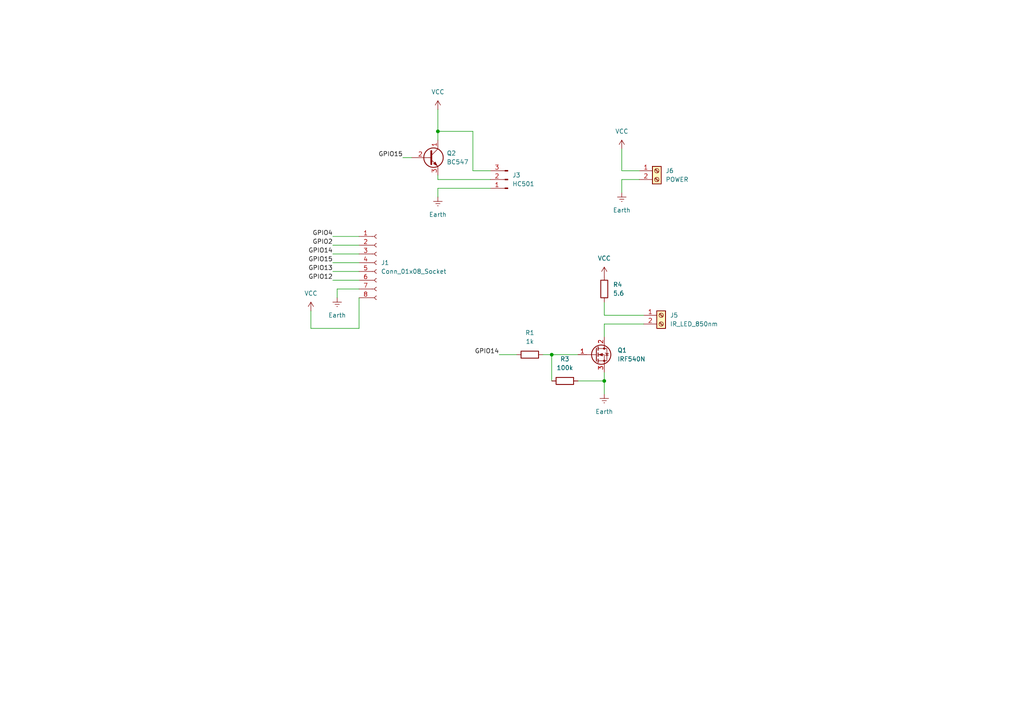
<source format=kicad_sch>
(kicad_sch (version 20231120) (generator "eeschema") (generator_version "8.0")
  (paper "A4")
  (lib_symbols
    (symbol "Connector:Conn_01x03_Pin" (pin_names (offset 1.016) hide)
      (property "Reference" "J" (at 0 5.08 0))
      (property "Value" "Conn_01x03_Pin" (at 0 -5.08 0))
      (symbol "Conn_01x03_Pin_1_1"
        (polyline (pts (xy 1.27 -2.54) (xy 0.8636 -2.54)) (stroke (width 0.1524)))
        (polyline (pts (xy 1.27 0) (xy 0.8636 0)) (stroke (width 0.1524)))
        (polyline (pts (xy 1.27 2.54) (xy 0.8636 2.54)) (stroke (width 0.1524)))
        (rectangle (start 0.8636 -2.413) (end 0 -2.667) (stroke (width 0.1524)) (fill (type outline)))
        (rectangle (start 0.8636 0.127) (end 0 -0.127) (stroke (width 0.1524)) (fill (type outline)))
        (rectangle (start 0.8636 2.667) (end 0 2.413) (stroke (width 0.1524)) (fill (type outline)))
        (pin passive line (at 5.08 2.54 180) (length 3.81) (name "Pin_1") (number "1"))
        (pin passive line (at 5.08 0 180) (length 3.81) (name "Pin_2") (number "2"))
        (pin passive line (at 5.08 -2.54 180) (length 3.81) (name "Pin_3") (number "3"))
      )
    )
    (symbol "Connector:Conn_01x08_Socket" (pin_names (offset 1.016) hide)
      (property "Reference" "J" (at 0 10.16 0))
      (property "Value" "Conn_01x08_Socket" (at 0 -12.7 0))
      (symbol "Conn_01x08_Socket_1_1"
        (arc (start 0 -9.652) (mid -0.5058 -10.16) (end 0 -10.668) (stroke (width 0.1524)))
        (arc (start 0 -7.112) (mid -0.5058 -7.62) (end 0 -8.128) (stroke (width 0.1524)))
        (arc (start 0 -4.572) (mid -0.5058 -5.08) (end 0 -5.588) (stroke (width 0.1524)))
        (arc (start 0 -2.032) (mid -0.5058 -2.54) (end 0 -3.048) (stroke (width 0.1524)))
        (polyline (pts (xy -1.27 -10.16) (xy -0.508 -10.16)) (stroke (width 0.1524)))
        (polyline (pts (xy -1.27 -7.62) (xy -0.508 -7.62)) (stroke (width 0.1524)))
        (polyline (pts (xy -1.27 -5.08) (xy -0.508 -5.08)) (stroke (width 0.1524)))
        (polyline (pts (xy -1.27 -2.54) (xy -0.508 -2.54)) (stroke (width 0.1524)))
        (polyline (pts (xy -1.27 0) (xy -0.508 0)) (stroke (width 0.1524)))
        (polyline (pts (xy -1.27 2.54) (xy -0.508 2.54)) (stroke (width 0.1524)))
        (polyline (pts (xy -1.27 5.08) (xy -0.508 5.08)) (stroke (width 0.1524)))
        (polyline (pts (xy -1.27 7.62) (xy -0.508 7.62)) (stroke (width 0.1524)))
        (arc (start 0 0.508) (mid -0.5058 0) (end 0 -0.508) (stroke (width 0.1524)))
        (arc (start 0 3.048) (mid -0.5058 2.54) (end 0 2.032) (stroke (width 0.1524)))
        (arc (start 0 5.588) (mid -0.5058 5.08) (end 0 4.572) (stroke (width 0.1524)))
        (arc (start 0 8.128) (mid -0.5058 7.62) (end 0 7.112) (stroke (width 0.1524)))
        (pin passive line (at -5.08 7.62 0) (length 3.81) (name "Pin_1") (number "1"))
        (pin passive line (at -5.08 5.08 0) (length 3.81) (name "Pin_2") (number "2"))
        (pin passive line (at -5.08 2.54 0) (length 3.81) (name "Pin_3") (number "3"))
        (pin passive line (at -5.08 0 0) (length 3.81) (name "Pin_4") (number "4"))
        (pin passive line (at -5.08 -2.54 0) (length 3.81) (name "Pin_5") (number "5"))
        (pin passive line (at -5.08 -5.08 0) (length 3.81) (name "Pin_6") (number "6"))
        (pin passive line (at -5.08 -7.62 0) (length 3.81) (name "Pin_7") (number "7"))
        (pin passive line (at -5.08 -10.16 0) (length 3.81) (name "Pin_8") (number "8"))
      )
    )
    (symbol "Connector:Screw_Terminal_01x02" (pin_names (offset 1.016) hide)
      (property "Reference" "J" (at 0 2.54 0))
      (property "Value" "Screw_Terminal_01x02" (at 0 -5.08 0))
      (symbol "Screw_Terminal_01x02_1_1"
        (rectangle (start -1.27 1.27) (end 1.27 -3.81) (stroke (width 0.254)) (fill (type background)))
        (circle (center 0 -2.54) (radius 0.635) (stroke (width 0.1524)))
        (polyline (pts (xy -0.5334 -2.2098) (xy 0.3302 -3.048)) (stroke (width 0.1524)))
        (polyline (pts (xy -0.5334 0.3302) (xy 0.3302 -0.508)) (stroke (width 0.1524)))
        (polyline (pts (xy -0.3556 -2.032) (xy 0.508 -2.8702)) (stroke (width 0.1524)))
        (polyline (pts (xy -0.3556 0.508) (xy 0.508 -0.3302)) (stroke (width 0.1524)))
        (circle (center 0 0) (radius 0.635) (stroke (width 0.1524)))
        (pin passive line (at -5.08 0 0) (length 3.81) (name "Pin_1") (number "1"))
        (pin passive line (at -5.08 -2.54 0) (length 3.81) (name "Pin_2") (number "2"))
      )
    )
    (symbol "Device:R" (pin_numbers hide) (pin_names (offset 0))
      (property "Reference" "R" (at 2.032 0 90))
      (property "Value" "R" (at 0 0 90))
      (symbol "R_0_1"
        (rectangle (start -1.016 -2.54) (end 1.016 2.54) (stroke (width 0.254)))
      )
      (symbol "R_1_1"
        (pin passive line (at 0 3.81 270) (length 1.27) (name "~") (number "1"))
        (pin passive line (at 0 -3.81 90) (length 1.27) (name "~") (number "2"))
      )
    )
    (symbol "Transistor_BJT:BC547" (pin_names (offset 0) hide)
      (property "Reference" "Q" (at 5.08 1.905 0))
      (property "Value" "BC547" (at 5.08 0 0))
      (symbol "BC547_0_1"
        (polyline (pts (xy 0 0) (xy 0.635 0)))
        (polyline (pts (xy 0.635 0.635) (xy 2.54 2.54)))
        (polyline (pts (xy 0.635 -0.635) (xy 2.54 -2.54) (xy 2.54 -2.54)))
        (polyline (pts (xy 0.635 1.905) (xy 0.635 -1.905) (xy 0.635 -1.905)) (stroke (width 0.508)))
        (polyline (pts (xy 1.27 -1.778) (xy 1.778 -1.27) (xy 2.286 -2.286) (xy 1.27 -1.778) (xy 1.27 -1.778)) (fill (type outline)))
        (circle (center 1.27 0) (radius 2.8194) (stroke (width 0.254)))
      )
      (symbol "BC547_1_1"
        (pin passive line (at 2.54 5.08 270) (length 2.54) (name "C") (number "1"))
        (pin input line (at -5.08 0 0) (length 5.08) (name "B") (number "2"))
        (pin passive line (at 2.54 -5.08 90) (length 2.54) (name "E") (number "3"))
      )
    )
    (symbol "Transistor_FET:IRF540N" (pin_names hide)
      (property "Reference" "Q" (at 5.08 1.905 0))
      (property "Value" "IRF540N" (at 5.08 0 0))
      (symbol "IRF540N_0_1"
        (polyline (pts (xy 0.254 0) (xy -2.54 0)))
        (polyline (pts (xy 0.254 1.905) (xy 0.254 -1.905)) (stroke (width 0.254)))
        (polyline (pts (xy 0.762 -1.27) (xy 0.762 -2.286)) (stroke (width 0.254)))
        (polyline (pts (xy 0.762 0.508) (xy 0.762 -0.508)) (stroke (width 0.254)))
        (polyline (pts (xy 0.762 2.286) (xy 0.762 1.27)) (stroke (width 0.254)))
        (polyline (pts (xy 2.54 2.54) (xy 2.54 1.778)))
        (polyline (pts (xy 2.54 -2.54) (xy 2.54 0) (xy 0.762 0)))
        (polyline (pts (xy 0.762 -1.778) (xy 3.302 -1.778) (xy 3.302 1.778) (xy 0.762 1.778)))
        (polyline (pts (xy 1.016 0) (xy 2.032 0.381) (xy 2.032 -0.381) (xy 1.016 0)) (fill (type outline)))
        (polyline (pts (xy 2.794 0.508) (xy 2.921 0.381) (xy 3.683 0.381) (xy 3.81 0.254)))
        (polyline (pts (xy 3.302 0.381) (xy 2.921 -0.254) (xy 3.683 -0.254) (xy 3.302 0.381)))
        (circle (center 1.651 0) (radius 2.794) (stroke (width 0.254)))
        (circle (center 2.54 -1.778) (radius 0.254) (fill (type outline)))
        (circle (center 2.54 1.778) (radius 0.254) (fill (type outline)))
      )
      (symbol "IRF540N_1_1"
        (pin input line (at -5.08 0 0) (length 2.54) (name "G") (number "1"))
        (pin passive line (at 2.54 5.08 270) (length 2.54) (name "D") (number "2"))
        (pin passive line (at 2.54 -5.08 90) (length 2.54) (name "S") (number "3"))
      )
    )
    (symbol "power:Earth" (power) (pin_numbers hide) (pin_names (offset 0) hide)
      (property "Value" "Earth" (at 0 -3.81 0))
      (symbol "Earth_0_1"
        (polyline (pts (xy -0.635 -1.905) (xy 0.635 -1.905)))
        (polyline (pts (xy -0.127 -2.54) (xy 0.127 -2.54)))
        (polyline (pts (xy 0 -1.27) (xy 0 0)))
        (polyline (pts (xy 1.27 -1.27) (xy -1.27 -1.27)))
      )
      (symbol "Earth_1_1"
        (pin power_in line (at 0 0 270) (length 0) (name "~") (number "1"))
      )
    )
    (symbol "power:VCC" (power) (pin_numbers hide) (pin_names (offset 0) hide)
      (property "Value" "VCC" (at 0 3.556 0))
      (symbol "VCC_0_1"
        (polyline (pts (xy -0.762 1.27) (xy 0 2.54)))
        (polyline (pts (xy 0 0) (xy 0 2.54)))
        (polyline (pts (xy 0 2.54) (xy 0.762 1.27)))
      )
      (symbol "VCC_1_1"
        (pin power_in line (at 0 0 90) (length 0) (name "~") (number "1"))
      )
    )
  )
  (junction (at 175.26 110.49))
  (junction (at 127 38.1))
  (junction (at 160.02 102.87))
  (wire (pts (xy 157.48 102.87) (xy 160.02 102.87)))
  (wire (pts (xy 137.16 38.1) (xy 127 38.1)))
  (wire (pts (xy 127 52.07) (xy 142.24 52.07)))
  (wire (pts (xy 96.52 71.12) (xy 104.14 71.12)))
  (wire (pts (xy 127 54.61) (xy 127 57.15)))
  (wire (pts (xy 96.52 78.74) (xy 104.14 78.74)))
  (wire (pts (xy 127 31.75) (xy 127 38.1)))
  (wire (pts (xy 97.79 83.82) (xy 97.79 86.36)))
  (wire (pts (xy 160.02 102.87) (xy 160.02 110.49)))
  (wire (pts (xy 96.52 76.2) (xy 104.14 76.2)))
  (wire (pts (xy 175.26 107.95) (xy 175.26 110.49)))
  (wire (pts (xy 127 38.1) (xy 127 40.64)))
  (wire (pts (xy 96.52 81.28) (xy 104.14 81.28)))
  (wire (pts (xy 104.14 83.82) (xy 97.79 83.82)))
  (wire (pts (xy 175.26 93.98) (xy 175.26 97.79)))
  (wire (pts (xy 180.34 49.53) (xy 180.34 43.18)))
  (wire (pts (xy 175.26 91.44) (xy 175.26 87.63)))
  (wire (pts (xy 142.24 54.61) (xy 127 54.61)))
  (wire (pts (xy 142.24 49.53) (xy 137.16 49.53)))
  (wire (pts (xy 180.34 55.88) (xy 180.34 52.07)))
  (wire (pts (xy 160.02 102.87) (xy 167.64 102.87)))
  (wire (pts (xy 144.78 102.87) (xy 149.86 102.87)))
  (wire (pts (xy 116.84 45.72) (xy 119.38 45.72)))
  (wire (pts (xy 90.17 95.25) (xy 104.14 95.25)))
  (wire (pts (xy 90.17 95.25) (xy 90.17 90.17)))
  (wire (pts (xy 104.14 86.36) (xy 104.14 95.25)))
  (wire (pts (xy 186.69 91.44) (xy 175.26 91.44)))
  (wire (pts (xy 127 50.8) (xy 127 52.07)))
  (wire (pts (xy 96.52 73.66) (xy 104.14 73.66)))
  (wire (pts (xy 96.52 68.58) (xy 104.14 68.58)))
  (wire (pts (xy 185.42 49.53) (xy 180.34 49.53)))
  (wire (pts (xy 180.34 52.07) (xy 185.42 52.07)))
  (wire (pts (xy 175.26 110.49) (xy 175.26 114.3)))
  (wire (pts (xy 137.16 49.53) (xy 137.16 38.1)))
  (wire (pts (xy 186.69 93.98) (xy 175.26 93.98)))
  (wire (pts (xy 167.64 110.49) (xy 175.26 110.49)))
  (label "GPIO2" (at 96.52 71.12 180))
  (label "GPIO15" (at 116.84 45.72 180))
  (label "GPIO14" (at 96.52 73.66 180))
  (label "GPIO14" (at 144.78 102.87 180))
  (label "GPIO13" (at 96.52 78.74 180))
  (label "GPIO4" (at 96.52 68.58 180))
  (label "GPIO15" (at 96.52 76.2 180))
  (label "GPIO12" (at 96.52 81.28 180))
  (symbol (lib_id "Transistor_BJT:BC547") (at 124.46 45.72 0) (unit 1)
    (property "Reference" "Q2" (at 129.54 44.4499 0) (effects (justify left)))
    (property "Value" "BC547" (at 129.54 46.9899 0) (effects (justify left)))
    (property "Footprint" "Package_TO_SOT_THT:TO-92_Inline_Wide" (effects (hide yes)))
    (property "Datasheet" "https://www.onsemi.com/pub/Collateral/BC550-D.pdf" (effects (hide yes)))
    (property "Description" "0.1A Ic, 45V Vce, Small Signal NPN Transistor, TO-92" (effects (hide yes)))
  )
  (symbol (lib_id "Connector:Conn_01x08_Socket") (at 109.22 76.2 0) (unit 1)
    (property "Reference" "J1" (at 110.49 76.1999 0) (effects (justify left)))
    (property "Value" "Conn_01x08_Socket" (at 110.49 78.7399 0) (effects (justify left)))
    (property "Footprint" "Connector_Molex:Molex_Nano-Fit_105313-xx08_1x08_P2.50mm_Horizontal" (effects (hide yes)))
    (property "Description" "Generic connector, single row, 01x08, script generated" (effects (hide yes)))
  )
  (symbol (lib_id "Connector:Screw_Terminal_01x02") (at 191.77 91.44 0) (unit 1)
    (property "Reference" "J5" (at 194.31 91.4399 0) (effects (justify left)))
    (property "Value" "IR_LED_850nm" (at 194.31 93.9799 0) (effects (justify left)))
    (property "Footprint" "TerminalBlock_MetzConnect:TerminalBlock_MetzConnect_Type055_RT01502HDWU_1x02_P5.00mm_Horizontal" (effects (hide yes)))
    (property "Description" "Generic screw terminal, single row, 01x02, script generated (kicad-library-utils/schlib/autogen/connector/)" (effects (hide yes)))
  )
  (symbol (lib_id "power:Earth") (at 180.34 55.88 0) (unit 1)
    (property "Reference" "#PWR09" (effects (hide yes)))
    (property "Value" "Earth" (at 180.34 60.96 0))
    (property "Description" "Power symbol creates a global label with name \"Earth\"" (effects (hide yes)))
  )
  (symbol (lib_id "power:VCC") (at 127 31.75 0) (unit 1)
    (property "Reference" "#PWR05" (effects (hide yes)))
    (property "Value" "VCC" (at 127 26.67 0))
    (property "Description" "Power symbol creates a global label with name \"VCC\"" (effects (hide yes)))
  )
  (symbol (lib_id "power:Earth") (at 97.79 86.36 0) (unit 1)
    (property "Reference" "#PWR03" (effects (hide yes)))
    (property "Value" "Earth" (at 97.79 91.44 0))
    (property "Description" "Power symbol creates a global label with name \"Earth\"" (effects (hide yes)))
  )
  (symbol (lib_id "power:Earth") (at 127 57.15 0) (unit 1)
    (property "Reference" "#PWR07" (effects (hide yes)))
    (property "Value" "Earth" (at 127 62.23 0))
    (property "Description" "Power symbol creates a global label with name \"Earth\"" (effects (hide yes)))
  )
  (symbol (lib_id "Device:R") (at 153.67 102.87 270) (unit 1)
    (property "Reference" "R1" (at 153.67 96.52 90))
    (property "Value" "1k" (at 153.67 99.06 90))
    (property "Footprint" "Resistor_THT:R_Axial_DIN0207_L6.3mm_D2.5mm_P7.62mm_Horizontal" (effects (hide yes)))
    (property "Description" "Resistor" (effects (hide yes)))
  )
  (symbol (lib_id "power:Earth") (at 175.26 114.3 0) (unit 1)
    (property "Reference" "#PWR01" (effects (hide yes)))
    (property "Value" "Earth" (at 175.26 119.38 0))
    (property "Description" "Power symbol creates a global label with name \"Earth\"" (effects (hide yes)))
  )
  (symbol (lib_id "Connector:Conn_01x03_Pin") (at 147.32 52.07 180) (unit 1)
    (property "Reference" "J3" (at 148.59 50.7999 0) (effects (justify right)))
    (property "Value" "HC501" (at 148.59 53.3399 0) (effects (justify right)))
    (property "Footprint" "Connector_Molex:Molex_Nano-Fit_105313-xx03_1x03_P2.50mm_Horizontal" (effects (hide yes)))
    (property "Description" "Generic connector, single row, 01x03, script generated" (effects (hide yes)))
  )
  (symbol (lib_id "Transistor_FET:IRF540N") (at 172.72 102.87 0) (unit 1)
    (property "Reference" "Q1" (at 179.07 101.5999 0) (effects (justify left)))
    (property "Value" "IRF540N" (at 179.07 104.1399 0) (effects (justify left)))
    (property "Footprint" "Package_TO_SOT_THT:TO-220-3_Vertical" (effects (hide yes)))
    (property "Datasheet" "http://www.irf.com/product-info/datasheets/data/irf540n.pdf" (effects (hide yes)))
    (property "Description" "33A Id, 100V Vds, HEXFET N-Channel MOSFET, TO-220" (effects (hide yes)))
  )
  (symbol (lib_id "Device:R") (at 175.26 83.82 0) (unit 1)
    (property "Reference" "R4" (at 177.8 82.5499 0) (effects (justify left)))
    (property "Value" "5.6" (at 177.8 85.0899 0) (effects (justify left)))
    (property "Footprint" "Resistor_THT:R_Axial_DIN0516_L15.5mm_D5.0mm_P5.08mm_Vertical" (effects (hide yes)))
    (property "Description" "Resistor" (effects (hide yes)))
  )
  (symbol (lib_id "power:VCC") (at 180.34 43.18 0) (unit 1)
    (property "Reference" "#PWR08" (effects (hide yes)))
    (property "Value" "VCC" (at 180.34 38.1 0))
    (property "Description" "Power symbol creates a global label with name \"VCC\"" (effects (hide yes)))
  )
  (symbol (lib_id "power:VCC") (at 90.17 90.17 0) (unit 1)
    (property "Reference" "#PWR04" (effects (hide yes)))
    (property "Value" "VCC" (at 90.17 85.09 0))
    (property "Description" "Power symbol creates a global label with name \"VCC\"" (effects (hide yes)))
  )
  (symbol (lib_id "Device:R") (at 163.83 110.49 270) (unit 1)
    (property "Reference" "R3" (at 163.83 104.14 90))
    (property "Value" "100k" (at 163.83 106.68 90))
    (property "Footprint" "Resistor_THT:R_Axial_DIN0207_L6.3mm_D2.5mm_P7.62mm_Horizontal" (effects (hide yes)))
    (property "Description" "Resistor" (effects (hide yes)))
  )
  (symbol (lib_id "power:VCC") (at 175.26 80.01 0) (unit 1)
    (property "Reference" "#PWR02" (effects (hide yes)))
    (property "Value" "VCC" (at 175.26 74.93 0))
    (property "Description" "Power symbol creates a global label with name \"VCC\"" (effects (hide yes)))
  )
  (symbol (lib_id "Connector:Screw_Terminal_01x02") (at 190.5 49.53 0) (unit 1)
    (property "Reference" "J6" (at 193.04 49.5299 0) (effects (justify left)))
    (property "Value" "POWER" (at 193.04 52.0699 0) (effects (justify left)))
    (property "Footprint" "TerminalBlock_MetzConnect:TerminalBlock_MetzConnect_Type055_RT01502HDWU_1x02_P5.00mm_Horizontal" (effects (hide yes)))
    (property "Description" "Generic screw terminal, single row, 01x02, script generated (kicad-library-utils/schlib/autogen/connector/)" (effects (hide yes)))
  )
)
</source>
